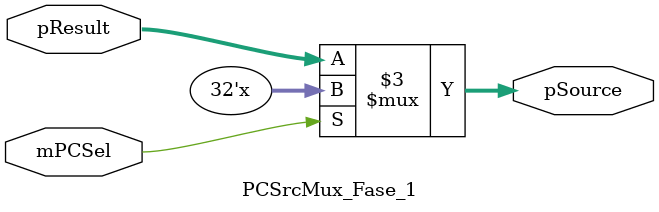
<source format=v>
module PCSrcMux_Fase_1(
	input mPCSel,
	input [31:0]pResult,
	output reg [31:0]pSource
);

//2 - Declaracion de cables y registros

//3 - Cuerpo del modulo

//Bloque secuencial
always @*
begin
	case(mPCSel)
	1'b0:
		pSource = pResult;
	default:
		pSource = 32'bz;
	endcase
end

endmodule


</source>
